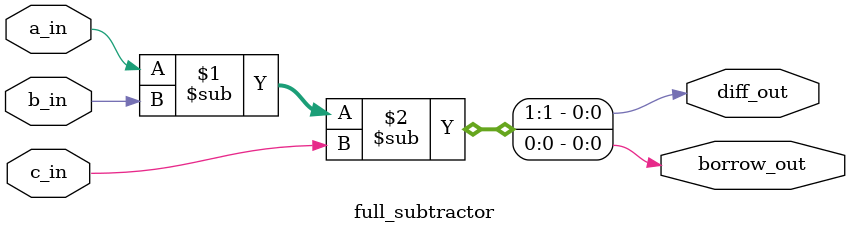
<source format=v>
module full_subtractor(input a_in , b_in, c_in, output diff_out, borrow_out);

assign  {diff_out, borrow_out} = a_in - b_in - c_in;

endmodule
</source>
